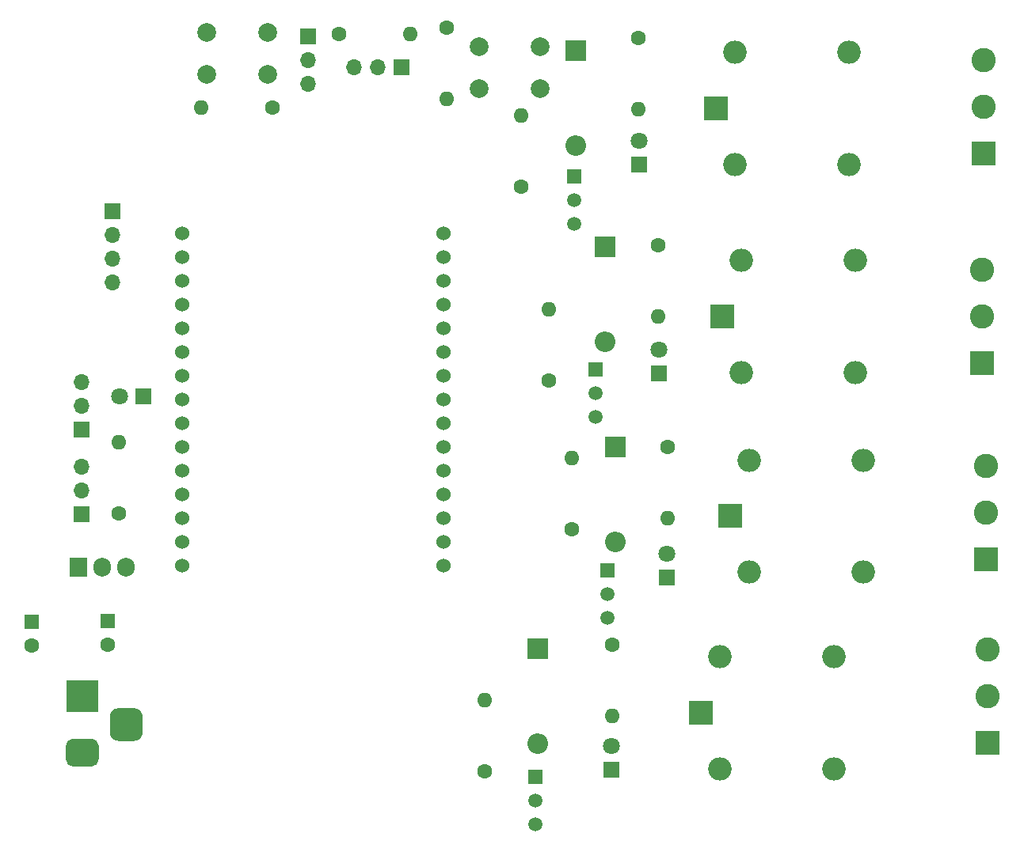
<source format=gbr>
%TF.GenerationSoftware,KiCad,Pcbnew,(5.1.12)-1*%
%TF.CreationDate,2022-03-25T13:57:00+05:30*%
%TF.ProjectId,greenhosue,67726565-6e68-46f7-9375-652e6b696361,rev?*%
%TF.SameCoordinates,Original*%
%TF.FileFunction,Copper,L2,Bot*%
%TF.FilePolarity,Positive*%
%FSLAX46Y46*%
G04 Gerber Fmt 4.6, Leading zero omitted, Abs format (unit mm)*
G04 Created by KiCad (PCBNEW (5.1.12)-1) date 2022-03-25 13:57:00*
%MOMM*%
%LPD*%
G01*
G04 APERTURE LIST*
%TA.AperFunction,ComponentPad*%
%ADD10O,2.500000X2.500000*%
%TD*%
%TA.AperFunction,ComponentPad*%
%ADD11R,2.500000X2.500000*%
%TD*%
%TA.AperFunction,ComponentPad*%
%ADD12O,1.600000X1.600000*%
%TD*%
%TA.AperFunction,ComponentPad*%
%ADD13C,1.600000*%
%TD*%
%TA.AperFunction,ComponentPad*%
%ADD14C,2.000000*%
%TD*%
%TA.AperFunction,ComponentPad*%
%ADD15C,1.524000*%
%TD*%
%TA.AperFunction,ComponentPad*%
%ADD16R,1.500000X1.500000*%
%TD*%
%TA.AperFunction,ComponentPad*%
%ADD17C,1.500000*%
%TD*%
%TA.AperFunction,ComponentPad*%
%ADD18O,1.905000X2.000000*%
%TD*%
%TA.AperFunction,ComponentPad*%
%ADD19R,1.905000X2.000000*%
%TD*%
%TA.AperFunction,ComponentPad*%
%ADD20O,1.700000X1.700000*%
%TD*%
%TA.AperFunction,ComponentPad*%
%ADD21R,1.700000X1.700000*%
%TD*%
%TA.AperFunction,ComponentPad*%
%ADD22C,2.600000*%
%TD*%
%TA.AperFunction,ComponentPad*%
%ADD23R,2.600000X2.600000*%
%TD*%
%TA.AperFunction,ComponentPad*%
%ADD24R,3.500000X3.500000*%
%TD*%
%TA.AperFunction,ComponentPad*%
%ADD25C,1.800000*%
%TD*%
%TA.AperFunction,ComponentPad*%
%ADD26R,1.800000X1.800000*%
%TD*%
%TA.AperFunction,ComponentPad*%
%ADD27R,1.600000X1.600000*%
%TD*%
%TA.AperFunction,ComponentPad*%
%ADD28R,2.200000X2.200000*%
%TD*%
%TA.AperFunction,ComponentPad*%
%ADD29O,2.200000X2.200000*%
%TD*%
G04 APERTURE END LIST*
D10*
%TO.P,K1,5*%
%TO.N,VCC*%
X133876800Y-96819200D03*
%TO.P,K1,4*%
%TO.N,Net-(J5-Pad3)*%
X146076800Y-96819200D03*
%TO.P,K1,3*%
%TO.N,Net-(J5-Pad1)*%
X146076800Y-108819200D03*
%TO.P,K1,2*%
%TO.N,Net-(D2-Pad2)*%
X133876800Y-108819200D03*
D11*
%TO.P,K1,1*%
%TO.N,Net-(J5-Pad2)*%
X131876800Y-102819200D03*
%TD*%
D12*
%TO.P,R4,2*%
%TO.N,S1*%
X104673400Y-37084000D03*
D13*
%TO.P,R4,1*%
%TO.N,VCC*%
X104673400Y-29464000D03*
%TD*%
D14*
%TO.P,SW1,1*%
%TO.N,S1*%
X108130200Y-36017200D03*
%TO.P,SW1,2*%
%TO.N,GND*%
X108130200Y-31517200D03*
%TO.P,SW1,1*%
%TO.N,S1*%
X114630200Y-36017200D03*
%TO.P,SW1,2*%
%TO.N,GND*%
X114630200Y-31517200D03*
%TD*%
%TO.P,SW2,1*%
%TO.N,S2*%
X79047200Y-34493200D03*
%TO.P,SW2,2*%
%TO.N,GND*%
X79047200Y-29993200D03*
%TO.P,SW2,1*%
%TO.N,S2*%
X85547200Y-34493200D03*
%TO.P,SW2,2*%
%TO.N,GND*%
X85547200Y-29993200D03*
%TD*%
D12*
%TO.P,R7,2*%
%TO.N,S2*%
X78460600Y-37998400D03*
D13*
%TO.P,R7,1*%
%TO.N,VCC*%
X86080600Y-37998400D03*
%TD*%
D15*
%TO.P,U1,30*%
%TO.N,S1*%
X104343200Y-51536600D03*
%TO.P,U1,29*%
%TO.N,Net-(J3-Pad2)*%
X104343200Y-54076600D03*
%TO.P,U1,28*%
%TO.N,Net-(J4-Pad3)*%
X104343200Y-56616600D03*
%TO.P,U1,27*%
%TO.N,S2*%
X104343200Y-59156600D03*
%TO.P,U1,26*%
%TO.N,M_data*%
X104343200Y-61696600D03*
%TO.P,U1,25*%
%TO.N,Net-(U1-Pad25)*%
X104343200Y-64236600D03*
%TO.P,U1,24*%
%TO.N,GND*%
X104343200Y-66776600D03*
%TO.P,U1,23*%
%TO.N,relay1*%
X104343200Y-69316600D03*
%TO.P,U1,22*%
%TO.N,relay2*%
X104343200Y-71856600D03*
%TO.P,U1,21*%
%TO.N,relay3*%
X104343200Y-74396600D03*
%TO.P,U1,20*%
%TO.N,relay4*%
X104343200Y-76936600D03*
%TO.P,U1,19*%
%TO.N,S3*%
X104343200Y-79476600D03*
%TO.P,U1,18*%
%TO.N,S4*%
X104343200Y-82016600D03*
%TO.P,U1,17*%
%TO.N,GND*%
X104343200Y-84556600D03*
%TO.P,U1,16*%
%TO.N,Net-(U1-Pad16)*%
X104343200Y-87096600D03*
%TO.P,U1,15*%
%TO.N,VCC*%
X76403200Y-87096600D03*
%TO.P,U1,14*%
%TO.N,GND*%
X76403200Y-84556600D03*
%TO.P,U1,13*%
%TO.N,Net-(U1-Pad13)*%
X76403200Y-82016600D03*
%TO.P,U1,12*%
%TO.N,Net-(U1-Pad12)*%
X76403200Y-79476600D03*
%TO.P,U1,11*%
%TO.N,+3V3*%
X76403200Y-76936600D03*
%TO.P,U1,10*%
%TO.N,GND*%
X76403200Y-74396600D03*
%TO.P,U1,9*%
%TO.N,Net-(U1-Pad9)*%
X76403200Y-71856600D03*
%TO.P,U1,8*%
%TO.N,Net-(U1-Pad8)*%
X76403200Y-69316600D03*
%TO.P,U1,7*%
%TO.N,Net-(U1-Pad7)*%
X76403200Y-66776600D03*
%TO.P,U1,6*%
%TO.N,Net-(U1-Pad6)*%
X76403200Y-64236600D03*
%TO.P,U1,5*%
%TO.N,Net-(U1-Pad5)*%
X76403200Y-61696600D03*
%TO.P,U1,4*%
%TO.N,Net-(U1-Pad4)*%
X76403200Y-59156600D03*
%TO.P,U1,3*%
%TO.N,Net-(U1-Pad3)*%
X76403200Y-56616600D03*
%TO.P,U1,2*%
%TO.N,GND*%
X76403200Y-54076600D03*
%TO.P,U1,1*%
%TO.N,m_analog*%
X76403200Y-51536600D03*
%TD*%
D16*
%TO.P,Q4,1*%
%TO.N,Net-(D6-Pad2)*%
X120624600Y-66065400D03*
D17*
%TO.P,Q4,3*%
%TO.N,GND*%
X120624600Y-71145400D03*
%TO.P,Q4,2*%
%TO.N,Net-(Q4-Pad2)*%
X120624600Y-68605400D03*
%TD*%
D16*
%TO.P,Q3,1*%
%TO.N,Net-(D5-Pad2)*%
X118262400Y-45415200D03*
D17*
%TO.P,Q3,3*%
%TO.N,GND*%
X118262400Y-50495200D03*
%TO.P,Q3,2*%
%TO.N,Net-(Q3-Pad2)*%
X118262400Y-47955200D03*
%TD*%
D16*
%TO.P,Q2,1*%
%TO.N,Net-(D4-Pad2)*%
X121869200Y-87604600D03*
D17*
%TO.P,Q2,3*%
%TO.N,GND*%
X121869200Y-92684600D03*
%TO.P,Q2,2*%
%TO.N,Net-(Q2-Pad2)*%
X121869200Y-90144600D03*
%TD*%
D16*
%TO.P,Q1,1*%
%TO.N,Net-(D2-Pad2)*%
X114173000Y-109702600D03*
D17*
%TO.P,Q1,3*%
%TO.N,GND*%
X114173000Y-114782600D03*
%TO.P,Q1,2*%
%TO.N,Net-(Q1-Pad2)*%
X114173000Y-112242600D03*
%TD*%
D18*
%TO.P,U2,3*%
%TO.N,VCC*%
X70408800Y-87223600D03*
%TO.P,U2,2*%
%TO.N,GND*%
X67868800Y-87223600D03*
D19*
%TO.P,U2,1*%
%TO.N,+12V*%
X65328800Y-87223600D03*
%TD*%
D12*
%TO.P,R14,2*%
%TO.N,Net-(D9-Pad2)*%
X127304800Y-60350400D03*
D13*
%TO.P,R14,1*%
%TO.N,VCC*%
X127304800Y-52730400D03*
%TD*%
D12*
%TO.P,R13,2*%
%TO.N,Net-(D8-Pad2)*%
X125196600Y-38201600D03*
D13*
%TO.P,R13,1*%
%TO.N,VCC*%
X125196600Y-30581600D03*
%TD*%
D12*
%TO.P,R12,2*%
%TO.N,Net-(D7-Pad2)*%
X128270000Y-81940400D03*
D13*
%TO.P,R12,1*%
%TO.N,VCC*%
X128270000Y-74320400D03*
%TD*%
D12*
%TO.P,R11,2*%
%TO.N,relay2*%
X115570000Y-59664600D03*
D13*
%TO.P,R11,1*%
%TO.N,Net-(Q4-Pad2)*%
X115570000Y-67284600D03*
%TD*%
D12*
%TO.P,R10,2*%
%TO.N,relay1*%
X112623600Y-38862000D03*
D13*
%TO.P,R10,1*%
%TO.N,Net-(Q3-Pad2)*%
X112623600Y-46482000D03*
%TD*%
D12*
%TO.P,R9,2*%
%TO.N,relay3*%
X118033800Y-75565000D03*
D13*
%TO.P,R9,1*%
%TO.N,Net-(Q2-Pad2)*%
X118033800Y-83185000D03*
%TD*%
D12*
%TO.P,R6,2*%
%TO.N,Net-(D3-Pad2)*%
X122351800Y-103174800D03*
D13*
%TO.P,R6,1*%
%TO.N,VCC*%
X122351800Y-95554800D03*
%TD*%
D12*
%TO.P,R3,2*%
%TO.N,relay4*%
X108712000Y-101473000D03*
D13*
%TO.P,R3,1*%
%TO.N,Net-(Q1-Pad2)*%
X108712000Y-109093000D03*
%TD*%
D12*
%TO.P,R2,2*%
%TO.N,Net-(J3-Pad2)*%
X100812600Y-30124400D03*
D13*
%TO.P,R2,1*%
%TO.N,VCC*%
X93192600Y-30124400D03*
%TD*%
D12*
%TO.P,R1,2*%
%TO.N,Net-(D1-Pad2)*%
X69646800Y-73812400D03*
D13*
%TO.P,R1,1*%
%TO.N,VCC*%
X69646800Y-81432400D03*
%TD*%
D20*
%TO.P,J10,3*%
%TO.N,GND*%
X65608200Y-67411600D03*
%TO.P,J10,2*%
X65608200Y-69951600D03*
D21*
%TO.P,J10,1*%
X65608200Y-72491600D03*
%TD*%
D20*
%TO.P,J9,3*%
%TO.N,VCC*%
X65608200Y-76504800D03*
%TO.P,J9,2*%
X65608200Y-79044800D03*
D21*
%TO.P,J9,1*%
X65608200Y-81584800D03*
%TD*%
D22*
%TO.P,J8,3*%
%TO.N,Net-(J8-Pad3)*%
X161925000Y-55405000D03*
%TO.P,J8,2*%
%TO.N,Net-(J8-Pad2)*%
X161925000Y-60405000D03*
D23*
%TO.P,J8,1*%
%TO.N,Net-(J8-Pad1)*%
X161925000Y-65405000D03*
%TD*%
D22*
%TO.P,J7,3*%
%TO.N,Net-(J7-Pad3)*%
X162077400Y-32976800D03*
%TO.P,J7,2*%
%TO.N,+12V*%
X162077400Y-37976800D03*
D23*
%TO.P,J7,1*%
%TO.N,Net-(J7-Pad1)*%
X162077400Y-42976800D03*
%TD*%
D22*
%TO.P,J6,3*%
%TO.N,Net-(J6-Pad3)*%
X162356800Y-76410800D03*
%TO.P,J6,2*%
%TO.N,Net-(J6-Pad2)*%
X162356800Y-81410800D03*
D23*
%TO.P,J6,1*%
%TO.N,Net-(J6-Pad1)*%
X162356800Y-86410800D03*
%TD*%
D22*
%TO.P,J5,3*%
%TO.N,Net-(J5-Pad3)*%
X162483800Y-96019600D03*
%TO.P,J5,2*%
%TO.N,Net-(J5-Pad2)*%
X162483800Y-101019600D03*
D23*
%TO.P,J5,1*%
%TO.N,Net-(J5-Pad1)*%
X162483800Y-106019600D03*
%TD*%
D20*
%TO.P,J4,3*%
%TO.N,Net-(J4-Pad3)*%
X89814400Y-35534600D03*
%TO.P,J4,2*%
%TO.N,VCC*%
X89814400Y-32994600D03*
D21*
%TO.P,J4,1*%
%TO.N,GND*%
X89814400Y-30454600D03*
%TD*%
D20*
%TO.P,J3,3*%
%TO.N,VCC*%
X94792800Y-33756600D03*
%TO.P,J3,2*%
%TO.N,Net-(J3-Pad2)*%
X97332800Y-33756600D03*
D21*
%TO.P,J3,1*%
%TO.N,GND*%
X99872800Y-33756600D03*
%TD*%
D24*
%TO.P,J2,1*%
%TO.N,+12V*%
X65709800Y-101066600D03*
%TO.P,J2,2*%
%TO.N,GND*%
%TA.AperFunction,ComponentPad*%
G36*
G01*
X66709800Y-108566600D02*
X64709800Y-108566600D01*
G75*
G02*
X63959800Y-107816600I0J750000D01*
G01*
X63959800Y-106316600D01*
G75*
G02*
X64709800Y-105566600I750000J0D01*
G01*
X66709800Y-105566600D01*
G75*
G02*
X67459800Y-106316600I0J-750000D01*
G01*
X67459800Y-107816600D01*
G75*
G02*
X66709800Y-108566600I-750000J0D01*
G01*
G37*
%TD.AperFunction*%
%TO.P,J2,3*%
%TO.N,N/C*%
%TA.AperFunction,ComponentPad*%
G36*
G01*
X71284800Y-105816600D02*
X69534800Y-105816600D01*
G75*
G02*
X68659800Y-104941600I0J875000D01*
G01*
X68659800Y-103191600D01*
G75*
G02*
X69534800Y-102316600I875000J0D01*
G01*
X71284800Y-102316600D01*
G75*
G02*
X72159800Y-103191600I0J-875000D01*
G01*
X72159800Y-104941600D01*
G75*
G02*
X71284800Y-105816600I-875000J0D01*
G01*
G37*
%TD.AperFunction*%
%TD*%
D25*
%TO.P,D9,2*%
%TO.N,Net-(D9-Pad2)*%
X127355600Y-63931800D03*
D26*
%TO.P,D9,1*%
%TO.N,Net-(D6-Pad2)*%
X127355600Y-66471800D03*
%TD*%
D25*
%TO.P,D8,2*%
%TO.N,Net-(D8-Pad2)*%
X125222000Y-41605200D03*
D26*
%TO.P,D8,1*%
%TO.N,Net-(D5-Pad2)*%
X125222000Y-44145200D03*
%TD*%
D25*
%TO.P,D7,2*%
%TO.N,Net-(D7-Pad2)*%
X128193800Y-85775800D03*
D26*
%TO.P,D7,1*%
%TO.N,Net-(D4-Pad2)*%
X128193800Y-88315800D03*
%TD*%
D25*
%TO.P,D3,2*%
%TO.N,Net-(D3-Pad2)*%
X122301000Y-106349800D03*
D26*
%TO.P,D3,1*%
%TO.N,Net-(D2-Pad2)*%
X122301000Y-108889800D03*
%TD*%
D25*
%TO.P,D1,2*%
%TO.N,Net-(D1-Pad2)*%
X69697600Y-68935600D03*
D26*
%TO.P,D1,1*%
%TO.N,GND*%
X72237600Y-68935600D03*
%TD*%
D13*
%TO.P,C2,2*%
%TO.N,GND*%
X68427600Y-95489400D03*
D27*
%TO.P,C2,1*%
%TO.N,VCC*%
X68427600Y-92989400D03*
%TD*%
D13*
%TO.P,C1,2*%
%TO.N,GND*%
X60325000Y-95591000D03*
D27*
%TO.P,C1,1*%
%TO.N,+12V*%
X60325000Y-93091000D03*
%TD*%
D10*
%TO.P,K4,5*%
%TO.N,VCC*%
X136137400Y-54375800D03*
%TO.P,K4,4*%
%TO.N,Net-(J8-Pad3)*%
X148337400Y-54375800D03*
%TO.P,K4,3*%
%TO.N,Net-(J8-Pad1)*%
X148337400Y-66375800D03*
%TO.P,K4,2*%
%TO.N,Net-(D6-Pad2)*%
X136137400Y-66375800D03*
D11*
%TO.P,K4,1*%
%TO.N,Net-(J8-Pad2)*%
X134137400Y-60375800D03*
%TD*%
D10*
%TO.P,K3,5*%
%TO.N,VCC*%
X135451600Y-32100000D03*
%TO.P,K3,4*%
%TO.N,Net-(J7-Pad3)*%
X147651600Y-32100000D03*
%TO.P,K3,3*%
%TO.N,Net-(J7-Pad1)*%
X147651600Y-44100000D03*
%TO.P,K3,2*%
%TO.N,Net-(D5-Pad2)*%
X135451600Y-44100000D03*
D11*
%TO.P,K3,1*%
%TO.N,+12V*%
X133451600Y-38100000D03*
%TD*%
D10*
%TO.P,K2,5*%
%TO.N,VCC*%
X137001000Y-75762600D03*
%TO.P,K2,4*%
%TO.N,Net-(J6-Pad3)*%
X149201000Y-75762600D03*
%TO.P,K2,3*%
%TO.N,Net-(J6-Pad1)*%
X149201000Y-87762600D03*
%TO.P,K2,2*%
%TO.N,Net-(D4-Pad2)*%
X137001000Y-87762600D03*
D11*
%TO.P,K2,1*%
%TO.N,Net-(J6-Pad2)*%
X135001000Y-81762600D03*
%TD*%
D20*
%TO.P,J1,4*%
%TO.N,GND*%
X68910200Y-56769000D03*
%TO.P,J1,3*%
%TO.N,VCC*%
X68910200Y-54229000D03*
%TO.P,J1,2*%
%TO.N,m_analog*%
X68910200Y-51689000D03*
D21*
%TO.P,J1,1*%
%TO.N,M_data*%
X68910200Y-49149000D03*
%TD*%
D28*
%TO.P,D6,1*%
%TO.N,VCC*%
X121640600Y-52971700D03*
D29*
%TO.P,D6,2*%
%TO.N,Net-(D6-Pad2)*%
X121640600Y-63131700D03*
%TD*%
%TO.P,D5,2*%
%TO.N,Net-(D5-Pad2)*%
X118491000Y-42113200D03*
D28*
%TO.P,D5,1*%
%TO.N,VCC*%
X118491000Y-31953200D03*
%TD*%
D29*
%TO.P,D4,2*%
%TO.N,Net-(D4-Pad2)*%
X122732800Y-84505800D03*
D28*
%TO.P,D4,1*%
%TO.N,VCC*%
X122732800Y-74345800D03*
%TD*%
D29*
%TO.P,D2,2*%
%TO.N,Net-(D2-Pad2)*%
X114376200Y-106121200D03*
D28*
%TO.P,D2,1*%
%TO.N,VCC*%
X114376200Y-95961200D03*
%TD*%
M02*

</source>
